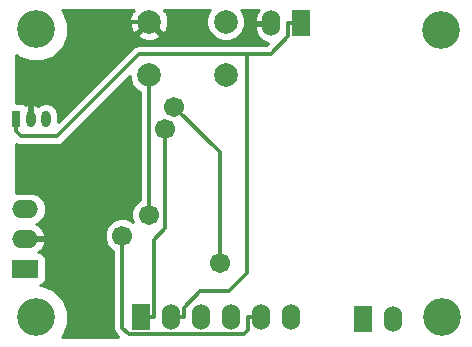
<source format=gbl>
G04 (created by PCBNEW-RS274X (2011-nov-30)-testing) date Wed 08 Aug 2012 11:28:05 AM CEST*
%MOIN*%
G04 Gerber Fmt 3.4, Leading zero omitted, Abs format*
%FSLAX34Y34*%
G01*
G70*
G90*
G04 APERTURE LIST*
%ADD10C,0.006*%
%ADD11R,0.06X0.0866*%
%ADD12O,0.06X0.0866*%
%ADD13R,0.0866X0.06*%
%ADD14O,0.0866X0.06*%
%ADD15C,0.0787*%
%ADD16C,0.126*%
%ADD17R,0.0315X0.0551*%
%ADD18O,0.0315X0.0551*%
%ADD19C,0.067*%
%ADD20C,0.0118*%
%ADD21C,0.01*%
G04 APERTURE END LIST*
G54D10*
G54D11*
X13642Y-17795D03*
G54D12*
X14642Y-17795D03*
X15642Y-17795D03*
X16642Y-17795D03*
X17642Y-17795D03*
X18642Y-17795D03*
G54D13*
X9803Y-16177D03*
G54D14*
X9803Y-15177D03*
X9803Y-14177D03*
G54D11*
X21055Y-17835D03*
G54D12*
X22055Y-17835D03*
G54D11*
X19004Y-7992D03*
G54D12*
X18004Y-7992D03*
G54D15*
X13917Y-9705D03*
X16477Y-7933D03*
X13917Y-7933D03*
X16477Y-9705D03*
G54D16*
X23661Y-8228D03*
X10157Y-17795D03*
X10157Y-8189D03*
X23681Y-17776D03*
G54D17*
X9488Y-11181D03*
G54D18*
X9988Y-11181D03*
X10488Y-11181D03*
G54D19*
X14464Y-11527D03*
X13025Y-15077D03*
X14755Y-10765D03*
X16282Y-15975D03*
X13917Y-14371D03*
G54D20*
X13642Y-17795D02*
X14074Y-17795D01*
X14464Y-14817D02*
X14464Y-11527D01*
X14074Y-15207D02*
X14464Y-14817D01*
X14074Y-17795D02*
X14074Y-15207D01*
X17642Y-17795D02*
X17210Y-17795D01*
X13025Y-18144D02*
X13025Y-15077D01*
X13242Y-18361D02*
X13025Y-18144D01*
X17076Y-18361D02*
X13242Y-18361D01*
X17210Y-18227D02*
X17076Y-18361D01*
X17210Y-17795D02*
X17210Y-18227D01*
X12526Y-7933D02*
X13917Y-7933D01*
X9988Y-10471D02*
X12526Y-7933D01*
X9988Y-11181D02*
X9988Y-10471D01*
X16282Y-12292D02*
X16282Y-15975D01*
X14755Y-10765D02*
X16282Y-12292D01*
X13917Y-9705D02*
X13917Y-14371D01*
X14642Y-17795D02*
X15074Y-17795D01*
X9488Y-11181D02*
X9488Y-11588D01*
X15074Y-17481D02*
X15074Y-17795D01*
X15637Y-16918D02*
X15074Y-17481D01*
X16592Y-16918D02*
X15637Y-16918D01*
X17195Y-16315D02*
X16592Y-16918D01*
X17195Y-9020D02*
X17195Y-16315D01*
X13576Y-9020D02*
X17195Y-9020D01*
X10849Y-11747D02*
X13576Y-9020D01*
X9647Y-11747D02*
X10849Y-11747D01*
X9488Y-11588D02*
X9647Y-11747D01*
X18572Y-8424D02*
X18572Y-7992D01*
X17976Y-9020D02*
X18572Y-8424D01*
X17195Y-9020D02*
X17976Y-9020D01*
X19004Y-7992D02*
X18572Y-7992D01*
G54D10*
G36*
X13608Y-13865D02*
X13586Y-13875D01*
X13421Y-14039D01*
X13332Y-14254D01*
X13332Y-14487D01*
X13380Y-14604D01*
X13357Y-14581D01*
X13142Y-14492D01*
X12909Y-14492D01*
X12694Y-14581D01*
X12529Y-14745D01*
X12440Y-14960D01*
X12440Y-15193D01*
X12529Y-15408D01*
X12693Y-15573D01*
X12716Y-15582D01*
X12716Y-18144D01*
X12740Y-18262D01*
X12807Y-18362D01*
X12898Y-18454D01*
X11017Y-18454D01*
X11067Y-18404D01*
X11231Y-18009D01*
X11231Y-17582D01*
X11068Y-17187D01*
X10766Y-16885D01*
X10371Y-16721D01*
X10297Y-16721D01*
X10377Y-16688D01*
X10447Y-16618D01*
X10485Y-16527D01*
X10485Y-16428D01*
X10485Y-15828D01*
X10447Y-15736D01*
X10377Y-15666D01*
X10286Y-15628D01*
X10239Y-15628D01*
X10361Y-15530D01*
X10464Y-15340D01*
X10468Y-15312D01*
X10421Y-15227D01*
X9903Y-15227D01*
X9853Y-15227D01*
X9753Y-15227D01*
X9753Y-15127D01*
X9853Y-15127D01*
X9903Y-15127D01*
X10421Y-15127D01*
X10468Y-15042D01*
X10464Y-15014D01*
X10361Y-14824D01*
X10193Y-14688D01*
X10154Y-14676D01*
X10255Y-14635D01*
X10406Y-14483D01*
X10489Y-14285D01*
X10489Y-14070D01*
X10407Y-13871D01*
X10255Y-13720D01*
X10057Y-13637D01*
X9842Y-13637D01*
X9550Y-13637D01*
X9499Y-13658D01*
X9499Y-12011D01*
X9528Y-12031D01*
X9529Y-12032D01*
X9646Y-12055D01*
X9647Y-12056D01*
X10849Y-12056D01*
X10849Y-12055D01*
X10967Y-12032D01*
X11067Y-11965D01*
X13274Y-9758D01*
X13274Y-9832D01*
X13372Y-10068D01*
X13552Y-10249D01*
X13608Y-10272D01*
X13608Y-13865D01*
X13608Y-13865D01*
G37*
G54D21*
X13608Y-13865D02*
X13586Y-13875D01*
X13421Y-14039D01*
X13332Y-14254D01*
X13332Y-14487D01*
X13380Y-14604D01*
X13357Y-14581D01*
X13142Y-14492D01*
X12909Y-14492D01*
X12694Y-14581D01*
X12529Y-14745D01*
X12440Y-14960D01*
X12440Y-15193D01*
X12529Y-15408D01*
X12693Y-15573D01*
X12716Y-15582D01*
X12716Y-18144D01*
X12740Y-18262D01*
X12807Y-18362D01*
X12898Y-18454D01*
X11017Y-18454D01*
X11067Y-18404D01*
X11231Y-18009D01*
X11231Y-17582D01*
X11068Y-17187D01*
X10766Y-16885D01*
X10371Y-16721D01*
X10297Y-16721D01*
X10377Y-16688D01*
X10447Y-16618D01*
X10485Y-16527D01*
X10485Y-16428D01*
X10485Y-15828D01*
X10447Y-15736D01*
X10377Y-15666D01*
X10286Y-15628D01*
X10239Y-15628D01*
X10361Y-15530D01*
X10464Y-15340D01*
X10468Y-15312D01*
X10421Y-15227D01*
X9903Y-15227D01*
X9853Y-15227D01*
X9753Y-15227D01*
X9753Y-15127D01*
X9853Y-15127D01*
X9903Y-15127D01*
X10421Y-15127D01*
X10468Y-15042D01*
X10464Y-15014D01*
X10361Y-14824D01*
X10193Y-14688D01*
X10154Y-14676D01*
X10255Y-14635D01*
X10406Y-14483D01*
X10489Y-14285D01*
X10489Y-14070D01*
X10407Y-13871D01*
X10255Y-13720D01*
X10057Y-13637D01*
X9842Y-13637D01*
X9550Y-13637D01*
X9499Y-13658D01*
X9499Y-12011D01*
X9528Y-12031D01*
X9529Y-12032D01*
X9646Y-12055D01*
X9647Y-12056D01*
X10849Y-12056D01*
X10849Y-12055D01*
X10967Y-12032D01*
X11067Y-11965D01*
X13274Y-9758D01*
X13274Y-9832D01*
X13372Y-10068D01*
X13552Y-10249D01*
X13608Y-10272D01*
X13608Y-13865D01*
G54D10*
G36*
X15692Y-17845D02*
X15592Y-17845D01*
X15592Y-17745D01*
X15692Y-17745D01*
X15692Y-17845D01*
X15692Y-17845D01*
G37*
G54D21*
X15692Y-17845D02*
X15592Y-17845D01*
X15592Y-17745D01*
X15692Y-17745D01*
X15692Y-17845D01*
G54D10*
G36*
X18054Y-8042D02*
X17954Y-8042D01*
X17904Y-8042D01*
X17454Y-8042D01*
X17454Y-8175D01*
X17515Y-8382D01*
X17651Y-8550D01*
X17841Y-8653D01*
X17869Y-8657D01*
X17904Y-8637D01*
X17904Y-8655D01*
X17848Y-8711D01*
X17195Y-8711D01*
X14563Y-8711D01*
X14299Y-8711D01*
X14299Y-8386D01*
X13917Y-8004D01*
X13846Y-8075D01*
X13535Y-8386D01*
X13574Y-8491D01*
X13814Y-8579D01*
X14069Y-8570D01*
X14260Y-8491D01*
X14299Y-8386D01*
X14299Y-8711D01*
X13576Y-8711D01*
X13458Y-8735D01*
X13357Y-8802D01*
X10887Y-11272D01*
X10887Y-11230D01*
X10887Y-10974D01*
X10826Y-10827D01*
X10714Y-10715D01*
X10568Y-10654D01*
X10409Y-10654D01*
X10262Y-10715D01*
X10238Y-10738D01*
X10100Y-10673D01*
X10038Y-10722D01*
X10038Y-11081D01*
X10038Y-11131D01*
X10038Y-11231D01*
X9938Y-11231D01*
X9938Y-11131D01*
X9938Y-11081D01*
X9938Y-10722D01*
X9876Y-10673D01*
X9800Y-10709D01*
X9786Y-10695D01*
X9695Y-10657D01*
X9596Y-10657D01*
X9499Y-10657D01*
X9499Y-9050D01*
X9548Y-9099D01*
X9943Y-9263D01*
X10370Y-9263D01*
X10765Y-9100D01*
X11067Y-8798D01*
X11231Y-8403D01*
X11231Y-7976D01*
X11068Y-7581D01*
X11017Y-7530D01*
X13395Y-7530D01*
X13384Y-7541D01*
X13412Y-7569D01*
X13359Y-7590D01*
X13271Y-7830D01*
X13280Y-8085D01*
X13359Y-8276D01*
X13464Y-8315D01*
X13811Y-7968D01*
X13846Y-7933D01*
X13917Y-7862D01*
X13988Y-7933D01*
X14023Y-7968D01*
X14370Y-8315D01*
X14475Y-8276D01*
X14563Y-8036D01*
X14554Y-7781D01*
X14475Y-7590D01*
X14421Y-7569D01*
X14450Y-7541D01*
X14439Y-7530D01*
X15971Y-7530D01*
X15933Y-7568D01*
X15834Y-7804D01*
X15834Y-8060D01*
X15932Y-8296D01*
X16112Y-8477D01*
X16348Y-8576D01*
X16604Y-8576D01*
X16840Y-8478D01*
X17021Y-8298D01*
X17120Y-8062D01*
X17120Y-7806D01*
X17022Y-7570D01*
X16982Y-7530D01*
X17573Y-7530D01*
X17515Y-7602D01*
X17454Y-7809D01*
X17454Y-7942D01*
X17904Y-7942D01*
X17954Y-7942D01*
X18054Y-7942D01*
X18054Y-8042D01*
X18054Y-8042D01*
G37*
G54D21*
X18054Y-8042D02*
X17954Y-8042D01*
X17904Y-8042D01*
X17454Y-8042D01*
X17454Y-8175D01*
X17515Y-8382D01*
X17651Y-8550D01*
X17841Y-8653D01*
X17869Y-8657D01*
X17904Y-8637D01*
X17904Y-8655D01*
X17848Y-8711D01*
X17195Y-8711D01*
X14563Y-8711D01*
X14299Y-8711D01*
X14299Y-8386D01*
X13917Y-8004D01*
X13846Y-8075D01*
X13535Y-8386D01*
X13574Y-8491D01*
X13814Y-8579D01*
X14069Y-8570D01*
X14260Y-8491D01*
X14299Y-8386D01*
X14299Y-8711D01*
X13576Y-8711D01*
X13458Y-8735D01*
X13357Y-8802D01*
X10887Y-11272D01*
X10887Y-11230D01*
X10887Y-10974D01*
X10826Y-10827D01*
X10714Y-10715D01*
X10568Y-10654D01*
X10409Y-10654D01*
X10262Y-10715D01*
X10238Y-10738D01*
X10100Y-10673D01*
X10038Y-10722D01*
X10038Y-11081D01*
X10038Y-11131D01*
X10038Y-11231D01*
X9938Y-11231D01*
X9938Y-11131D01*
X9938Y-11081D01*
X9938Y-10722D01*
X9876Y-10673D01*
X9800Y-10709D01*
X9786Y-10695D01*
X9695Y-10657D01*
X9596Y-10657D01*
X9499Y-10657D01*
X9499Y-9050D01*
X9548Y-9099D01*
X9943Y-9263D01*
X10370Y-9263D01*
X10765Y-9100D01*
X11067Y-8798D01*
X11231Y-8403D01*
X11231Y-7976D01*
X11068Y-7581D01*
X11017Y-7530D01*
X13395Y-7530D01*
X13384Y-7541D01*
X13412Y-7569D01*
X13359Y-7590D01*
X13271Y-7830D01*
X13280Y-8085D01*
X13359Y-8276D01*
X13464Y-8315D01*
X13811Y-7968D01*
X13846Y-7933D01*
X13917Y-7862D01*
X13988Y-7933D01*
X14023Y-7968D01*
X14370Y-8315D01*
X14475Y-8276D01*
X14563Y-8036D01*
X14554Y-7781D01*
X14475Y-7590D01*
X14421Y-7569D01*
X14450Y-7541D01*
X14439Y-7530D01*
X15971Y-7530D01*
X15933Y-7568D01*
X15834Y-7804D01*
X15834Y-8060D01*
X15932Y-8296D01*
X16112Y-8477D01*
X16348Y-8576D01*
X16604Y-8576D01*
X16840Y-8478D01*
X17021Y-8298D01*
X17120Y-8062D01*
X17120Y-7806D01*
X17022Y-7570D01*
X16982Y-7530D01*
X17573Y-7530D01*
X17515Y-7602D01*
X17454Y-7809D01*
X17454Y-7942D01*
X17904Y-7942D01*
X17954Y-7942D01*
X18054Y-7942D01*
X18054Y-8042D01*
M02*

</source>
